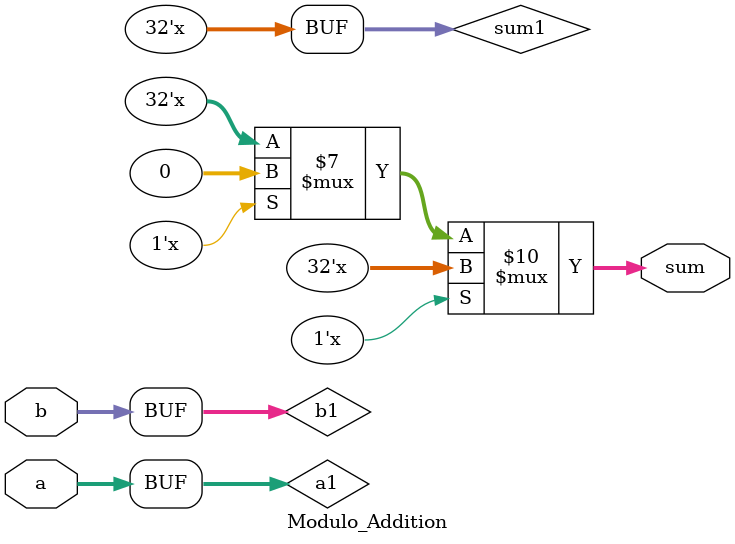
<source format=v>
`timescale 1ns / 1ps


module Modulo_Addition #(parameter two_32=40'd2147483648)(
    input [31:0] a,
    input [31:0] b,
    output reg [31:0] sum
);
    integer a1,b1,sum1;
    
    always@(*)
    begin
        a1 <= a;
        b1 <= b;
        sum1 <= a1 + b1;
        if (sum1 < two_32)
            sum <= sum1;
        else if (sum1 == two_32)
            sum <= 32'd0;
        else
            sum <= sum1 % two_32;      
    end
endmodule
</source>
